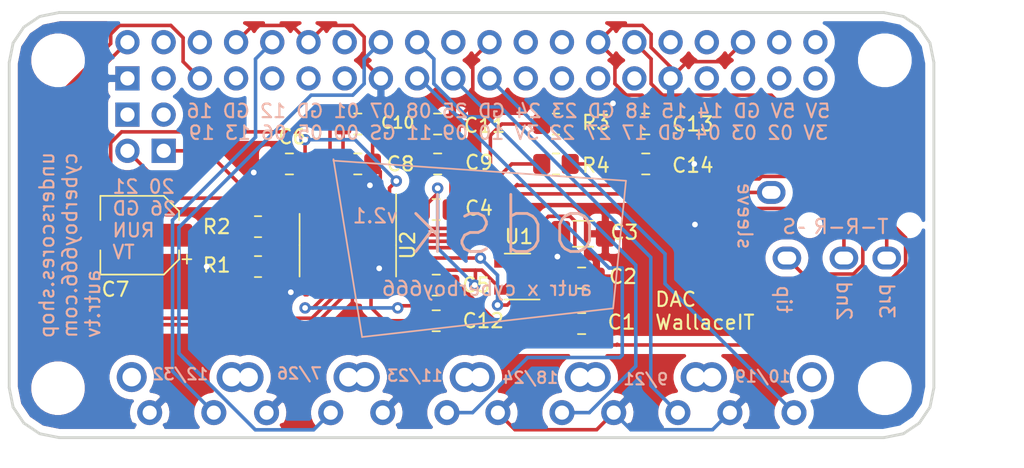
<source format=kicad_pcb>
(kicad_pcb (version 20211014) (generator pcbnew)
  (layers (0 "F.Cu" signal) (31 "B.Cu" signal) (34 "B.Paste" user) (35 "F.Paste" user) (36 "B.SilkS" user "B.Silkscreen") (37 "F.SilkS" user "F.Silkscreen") (38 "B.Mask" user) (39 "F.Mask" user) (44 "Edge.Cuts" user))
  (net 0 "")
  (net 1 "GND")
  (net 2 "Net-(OMNI1-Pad1)")
  (net 3 "Net-(PI_ZERO1-Pad3)")
  (net 4 "Net-(PI_ZERO1-Pad15)")
  (net 5 "Net-(PI_ZERO1-Pad16)")
  (net 6 "Net-(PI_ZERO1-Pad4)")
  (net 7 "Net-(PI_ZERO1-Pad5)")
  (net 8 "Net-(PI_ZERO1-Pad1)")
  (net 9 "Net-(PI_ZERO1-Pad23)")
  (net 10 "Net-(PI_ZERO1-Pad11)")
  (net 11 "Net-(PI_ZERO1-Pad27)")
  (net 12 "Net-(PI_ZERO1-Pad28)")
  (net 13 "Net-(PI_ZERO1-Pad13)")
  (net 14 "Net-(PI_ZERO1-Pad10)")
  (net 15 "Net-(PI_ZERO1-Pad19)")
  (net 16 "Net-(PI_ZERO1-Pad37)")
  (net 17 "Net-(PI_ZERO1-Pad38)")
  (net 18 "Net-(PI_ZERO1-Pad33)")
  (net 19 "Net-(PI_ZERO1-Pad36)")
  (net 20 "Net-(PI_ZERO1-Pad18)")
  (net 21 "Net-(PI_ZERO1-Pad31)")
  (net 22 "Net-(PI_ZERO1-Pad32)")
  (net 23 "Net-(PI_ZERO1-Pad7)")
  (net 24 "Net-(PI_ZERO1-Pad8)")
  (net 25 "Net-(PI_ZERO1-Pad29)")
  (net 26 "Net-(PI_ZERO1-Pad21)")
  (net 27 "Net-(PI_ZERO1-Pad22)")
  (net 28 "Net-(PI_ZERO1-Pad26)")
  (net 29 "Net-(P1-PadA4)")
  (net 30 "Net-(AV_OUTPUT1-PadSleeve)")
  (net 31 "+5V")
  (net 32 "Net-(C2-Pad1)")
  (net 33 "3.3v")
  (net 34 "Net-(C10-Pad2)")
  (net 35 "Net-(C10-Pad1)")
  (net 36 "Net-(C11-Pad2)")
  (net 37 "Net-(C12-Pad2)")
  (net 38 "/audio_dac_PCM5102a/rout")
  (net 39 "/audio_dac_PCM5102a/lrout")
  (net 40 "Net-(AV_OUTPUT1-PadRing1)")
  (net 41 "/audio_dac_PCM5102a/din")
  (net 42 "Net-(PI_ZERO1-Pad17)")
  (net 43 "/audio_dac_PCM5102a/lrck")
  (net 44 "/audio_dac_PCM5102a/bck")
  (net 45 "Net-(R1-Pad2)")
  (net 46 "Net-(R3-Pad2)")
  (net 47 "Net-(R4-Pad2)")
  (footprint "Button_Switch_THT:SW_Tactile_SPST_Angled_PTS645Vx39-2LFS" (layer "F.Cu") (at 187.424 145.944 180)
    (fp_text reference "OMNI1" hide)
    (fp_text value "SW_SPST")
  )
  (footprint "Button_Switch_THT:SW_Tactile_SPST_Angled_PTS645Vx39-2LFS" (layer "F.Cu") (at 203.7 145.95 180)
    (fp_text reference "PLAY_PAUSE1" hide)
    (fp_text value "SW_SPST")
  )
  (footprint "Button_Switch_THT:SW_Tactile_SPST_Angled_PTS645Vx39-2LFS" (layer "F.Cu") (at 179.35 145.944 180)
    (fp_text reference "SKIP_NEXT1" hide)
    (fp_text value "SW_SPST")
  )
  (footprint "Button_Switch_THT:SW_Tactile_SPST_Angled_PTS645Vx39-2LFS" (layer "F.Cu") (at 171.2 145.95 180)
    (fp_text reference "SKIP_PREV1" hide)
    (fp_text value "SW_SPST")
  )
  (footprint "Button_Switch_THT:SW_Tactile_SPST_Angled_PTS645Vx39-2LFS" (layer "F.Cu") (at 195.552 145.944 180)
    (fp_text reference "VOL_DOWN1" hide)
    (fp_text value "SW_SPST")
  )
  (footprint "Button_Switch_THT:SW_Tactile_SPST_Angled_PTS645Vx39-2LFS" (layer "F.Cu") (at 163 145.944 180)
    (fp_text reference "VOL_UP1" hide)
    (fp_text value "SW_SPST")
  )
  (footprint "Capacitor_SMD:C_0805_2012Metric_Pad1.18x1.45mm_HandSolder" (layer "F.Cu") (at 188.8 139.7)
    (fp_text reference "C1")
    (fp_text value "1u")
  )
  (footprint "Capacitor_SMD:C_0805_2012Metric_Pad1.18x1.45mm_HandSolder" (layer "F.Cu") (at 188.8 136.5)
    (fp_text reference "C2")
    (fp_text value "10u")
  )
  (footprint "Capacitor_SMD:C_1206_3216Metric_Pad1.33x1.80mm_HandSolder" (layer "F.Cu") (at 188.9 133.4)
    (fp_text reference "C3")
    (fp_text value "100u")
  )
  (footprint "Capacitor_SMD:C_0805_2012Metric_Pad1.18x1.45mm_HandSolder" (layer "F.Cu") (at 178.6 131.7)
    (fp_text reference "C4")
    (fp_text value "100n")
  )
  (footprint "Capacitor_SMD:C_0805_2012Metric_Pad1.18x1.45mm_HandSolder" (layer "F.Cu") (at 178.6 137 180)
    (fp_text reference "C5")
    (fp_text value "100n")
  )
  (footprint "Capacitor_SMD:C_0805_2012Metric_Pad1.18x1.45mm_HandSolder" (layer "F.Cu") (at 168.3 128.5)
    (fp_text reference "C6")
    (fp_text value "100n")
  )
  (footprint "Capacitor_SMD:CP_Elec_5x5.4" (layer "F.Cu") (at 157.8 133.5 180)
    (fp_text reference "C7")
    (fp_text value "10u")
  )
  (footprint "Capacitor_SMD:C_0805_2012Metric_Pad1.18x1.45mm_HandSolder" (layer "F.Cu") (at 173.1 128.5)
    (fp_text reference "C8")
    (fp_text value "2.2u")
  )
  (footprint "Capacitor_SMD:C_0805_2012Metric_Pad1.18x1.45mm_HandSolder" (layer "F.Cu") (at 178.7 128.5 180)
    (fp_text reference "C9")
    (fp_text value "2.2u")
  )
  (footprint "Capacitor_SMD:C_0805_2012Metric_Pad1.18x1.45mm_HandSolder" (layer "F.Cu") (at 173.1 125.7)
    (fp_text reference "C10")
    (fp_text value "2.2u")
  )
  (footprint "Capacitor_SMD:C_0805_2012Metric_Pad1.18x1.45mm_HandSolder" (layer "F.Cu") (at 178.7 125.7 180)
    (fp_text reference "C11")
    (fp_text value "2.2u")
  )
  (footprint "Capacitor_SMD:C_0805_2012Metric_Pad1.18x1.45mm_HandSolder" (layer "F.Cu") (at 178.6 139.5 180)
    (fp_text reference "C12")
    (fp_text value "100n")
  )
  (footprint "Capacitor_SMD:C_0805_2012Metric_Pad1.18x1.45mm_HandSolder" (layer "F.Cu") (at 193.3 125.7 180)
    (fp_text reference "C13")
    (fp_text value "2.2u")
  )
  (footprint "Capacitor_SMD:C_0805_2012Metric_Pad1.18x1.45mm_HandSolder" (layer "F.Cu") (at 193.3 128.5 180)
    (fp_text reference "C14")
    (fp_text value "2.2u")
  )
  (footprint "Resistor_SMD:R_0805_2012Metric_Pad1.20x1.40mm_HandSolder" (layer "F.Cu") (at 166.1 135.7 180)
    (fp_text reference "R1")
    (fp_text value "1.7k")
  )
  (footprint "Resistor_SMD:R_0805_2012Metric_Pad1.20x1.40mm_HandSolder" (layer "F.Cu") (at 166.1 132.9 180)
    (fp_text reference "R2")
    (fp_text value "3.3k")
  )
  (footprint "Resistor_SMD:R_0805_2012Metric_Pad1.20x1.40mm_HandSolder" (layer "F.Cu") (at 187 128.5 180)
    (fp_text reference "R4")
    (fp_text value "470")
  )
  (footprint "Package_TO_SOT_SMD:SOT-23-5" (layer "F.Cu") (at 184.3 136.4 180)
    (fp_text reference "U1")
    (fp_text value "TPS73133DBV")
  )
  (footprint "Package_SO:TSSOP-20_4.4x6.5mm_P0.65mm" (layer "F.Cu") (at 172.4 134.2 -90)
    (fp_text reference "U2")
    (fp_text value "PCM5102")
  )
  (footprint "Resistor_SMD:R_0805_2012Metric_Pad1.20x1.40mm_HandSolder" (layer "F.Cu") (at 187 125.7 180)
    (fp_text reference "R3")
    (fp_text value "470")
  )
  (footprint "lib_fb:TRRS-PJ-320A-Jack" (layer "F.Cu") (at 213.4 132.8 -90)
    (fp_text reference "AV_OUTPUT1")
    (fp_text value "AudioJack4")
  )
  (footprint "lib_fb:Raspberry_Pi_Zero" (layer "F.Cu") (at 205.2 122.5 -90)
    (fp_text reference "PI_ZERO1" hide)
    (fp_text value "Raspberry_Pi_Zero")
  )
  (gr_line (start 173.4 140.64) (end 171.39 128.17) (layer "B.SilkS") (width 0.12))
  (gr_line (start 191.91 129.68) (end 191.01 138.63) (layer "B.SilkS") (width 0.12))
  (gr_line (start 171.39 128.27) (end 191.91 129.68) (layer "B.SilkS") (width 0.12))
  (gr_line (start 191.01 138.63) (end 173.4 140.64) (layer "B.SilkS") (width 0.12))
  (gr_line (start 148.920022 145.560566) (end 148.645459 144.193881) (layer "Edge.Cuts") (width 0.2))
  (gr_line (start 149.669678 146.674262) (end 148.920022 145.560566) (layer "Edge.Cuts") (width 0.2))
  (gr_line (start 152.150055 117.879781) (end 152.150059 117.879781) (layer "Edge.Cuts") (width 0.2))
  (gr_line (start 149.669674 118.904) (end 150.78337 118.154344) (layer "Edge.Cuts") (width 0.2))
  (gr_line (start 213.235656 145.560566) (end 212.486 146.674262) (layer "Edge.Cuts") (width 0.2))
  (gr_line (start 152.150059 117.879781) (end 210.005619 117.879781) (layer "Edge.Cuts") (width 0.2))
  (gr_line (start 211.372304 118.154344) (end 212.486 118.904) (layer "Edge.Cuts") (width 0.2))
  (gr_line (start 213.510219 121.384381) (end 213.510219 144.193881) (layer "Edge.Cuts") (width 0.2))
  (gr_line (start 150.783374 147.423918) (end 149.669678 146.674262) (layer "Edge.Cuts") (width 0.2))
  (gr_line (start 212.486 146.674262) (end 211.372304 147.423918) (layer "Edge.Cuts") (width 0.2))
  (gr_line (start 212.486 118.904) (end 213.235656 120.017696) (layer "Edge.Cuts") (width 0.2))
  (gr_line (start 213.235656 120.017696) (end 213.510219 121.384381) (layer "Edge.Cuts") (width 0.2))
  (gr_line (start 148.920018 120.017696) (end 149.669674 118.904) (layer "Edge.Cuts") (width 0.2))
  (gr_line (start 211.372304 147.423918) (end 210.005619 147.698481) (layer "Edge.Cuts") (width 0.2))
  (gr_line (start 148.645459 144.193881) (end 148.645455 121.384381) (layer "Edge.Cuts") (width 0.2))
  (gr_line (start 148.645455 121.384381) (end 148.920018 120.017696) (layer "Edge.Cuts") (width 0.2))
  (gr_line (start 210.005619 117.879781) (end 211.372304 118.154344) (layer "Edge.Cuts") (width 0.2))
  (gr_line (start 152.150059 147.698481) (end 150.783374 147.423918) (layer "Edge.Cuts") (width 0.2))
  (gr_line (start 150.78337 118.154344) (end 152.150055 117.879781) (layer "Edge.Cuts") (width 0.2))
  (gr_line (start 210.005619 147.698481) (end 152.150059 147.698481) (layer "Edge.Cuts") (width 0.2))
  (gr_line (start 213.510219 144.193881) (end 213.235656 145.560566) (layer "Edge.Cuts") (width 0.2))
  (gr_text "10/19" (at 201.5 143.41) (layer "B.SilkS") (effects (font (size 0.8 0.8)) (justify mirror)))
  (gr_text "12/32" (at 160.65 143.25) (layer "B.SilkS") (effects (font (size 0.8 0.8)) (justify mirror)))
  (gr_text "sleeve" (at 200.25 132.15 -90) (layer "B.SilkS") (effects (font (size 1 1)) (justify mirror)))
  (gr_text "autr x cyberboy666" (at 182.17 137.24) (layer "B.SilkS") (effects (font (size 1 1)) (justify mirror)))
  (gr_text "3rd" (at 210.2 138.1 -90) (layer "B.SilkS") (effects (font (size 1 1)) (justify mirror)))
  (gr_text "v2.1" (at 174.32 132.15) (layer "B.SilkS") (effects (font (size 1 1)) (justify mirror)))
  (gr_text "odsk\n" (at 183.26 132.8) (layer "B.SilkS") (effects (font (size 4 4) (thickness 0.2)) (justify mirror)))
  (gr_text "7/26" (at 169 143.2) (layer "B.SilkS") (effects (font (size 0.8 0.8)) (justify mirror)))
  (gr_text "T-R-R-S" (at 206.6 132.9) (layer "B.SilkS") (effects (font (size 1 1)) (justify mirror)))
  (gr_text "11/23" (at 177.1 143.35) (layer "B.SilkS") (effects (font (size 0.8 0.8)) (justify mirror)))
  (gr_text "18/24" (at 185.2 143.5) (layer "B.SilkS") (effects (font (size 0.8 0.8)) (justify mirror)))
  (gr_text "5V 5V GD 14 15 18 GD 23 24 GD 25 08 07 01 GD 12 GD 16\n3V 02 03 04 GD 17 27 22 3V 10 09 11 GS 00 05 06 13 19" (at 183.66 125.55) (layer "B.SilkS") (effects (font (size 0.95 0.95)) (justify mirror)))
  (gr_text "underscores.shop\ncyberboy666.com\nautr.tv" (at 152.9 140.81 90) (layer "B.SilkS") (effects (font (size 1 1)) (justify right mirror)))
  (gr_text "9/21" (at 193.3 143.6) (layer "B.SilkS") (effects (font (size 0.8 0.8)) (justify mirror)))
  (gr_text "2nd" (at 207.2 138.1 -90) (layer "B.SilkS") (effects (font (size 1 1)) (justify mirror)))
  (gr_text "tip" (at 203 138 -90) (layer "B.SilkS") (effects (font (size 1 1)) (justify mirror)))
  (gr_text "20 21\n26 GD\nRUN\nTV" (at 155.8 132.39) (layer "B.SilkS") (effects (font (size 0.95 0.95)) (justify right mirror)))
  (gr_text "DAC\nWallaceIT" (at 193.87 138.81) (layer "F.SilkS") (effects (font (size 1 1)) (justify left)))
  (segment (start 185.4 136.4) (end 186.03681 136.4) (width 0.25) (layer "F.Cu") (net 1))
  (segment (start 186.18 136.4) (end 187.1 135.48) (width 0.25) (layer "F.Cu") (net 1))
  (segment (start 194.3375 128.5) (end 196.7 128.5) (width 0.25) (layer "F.Cu") (net 1))
  (segment (start 165.1 132.9) (end 165.1 133.1) (width 0.25) (layer "F.Cu") (net 1))
  (segment (start 188.2868 138.64999) (end 188.78749 138.64999) (width 0.25) (layer "F.Cu") (net 1))
  (segment (start 165.1 133.1) (end 162.5 135.7) (width 0.25) (layer "F.Cu") (net 1))
  (segment (start 168.8375 137.0625) (end 168.4 137.5) (width 0.25) (layer "F.Cu") (net 1))
  (segment (start 173.544999 119.585997) (end 173.544999 121.324999) (width 0.25) (layer "F.Cu") (net 1))
  (segment (start 174.025 131.3375) (end 174.025 130.075) (width 0.25) (layer "F.Cu") (net 1))
  (segment (start 187.1 135.48) (end 187.1 135) (width 0.25) (layer "F.Cu") (net 1))
  (segment (start 170.815001 118.784999) (end 172.744001 118.784999) (width 0.25) (layer "F.Cu") (net 1))
  (segment (start 172.744001 118.784999) (end 173.544999 119.585997) (width 0.25) (layer "F.Cu") (net 1))
  (segment (start 186.03681 136.4) (end 188.2868 138.64999) (width 0.25) (layer "F.Cu") (net 1))
  (segment (start 169.475 130.7125) (end 167.2625 128.5) (width 0.25) (layer "F.Cu") (net 1))
  (segment (start 198.755001 121.324999) (end 200.12 119.96) (width 0.25) (layer "F.Cu") (net 1))
  (segment (start 165.735001 118.784999) (end 168.464999 118.784999) (width 0.25) (layer "F.Cu") (net 1))
  (segment (start 193.064001 118.784999) (end 191.135001 118.784999) (width 0.25) (layer "F.Cu") (net 1))
  (segment (start 174.025 130.075) (end 173.95 130) (width 0.25) (layer "F.Cu") (net 1))
  (segment (start 193.675001 119.395999) (end 193.064001 118.784999) (width 0.25) (layer "F.Cu") (net 1))
  (segment (start 174.675 135.900038) (end 174.6 135.825038) (width 0.25) (layer "F.Cu") (net 1))
  (segment (start 164.56 119.96) (end 165.735001 118.784999) (width 0.25) (layer "F.Cu") (net 1))
  (segment (start 191.574999 123.675001) (end 191 124.25) (width 0.25) (layer "F.Cu") (net 1))
  (segment (start 191.135001 122.874003) (end 191.135001 121.135001) (width 0.25) (layer "F.Cu") (net 1))
  (segment (start 193.675001 120.334003) (end 193.675001 119.395999) (width 0.25) (layer "F.Cu") (net 1))
  (segment (start 170.125 131.3375) (end 169.475 131.3375) (width 0.25) (layer "F.Cu") (net 1))
  (segment (start 180.226998 137) (end 183.977008 140.75001) (width 0.25) (layer "F.Cu") (net 1))
  (segment (start 179.6375 128.6) (end 179.7375 128.5) (width 0.25) (layer "F.Cu") (net 1))
  (segment (start 183.977008 140.75001) (end 188.78749 140.75001) (width 0.25) (layer "F.Cu") (net 1))
  (segment (start 195.04 122.5) (end 195.04 121.699002) (width 0.25) (layer "F.Cu") (net 1))
  (segment (start 173.544999 121.324999) (end 174.72 122.5) (width 0.25) (layer "F.Cu") (net 1))
  (segment (start 188.78749 138.64999) (end 189.8375 139.7) (width 0.25) (layer "F.Cu") (net 1))
  (segment (start 184.124001 147.144001) (end 189.851999 147.144001) (width 0.25) (layer "F.Cu") (net 1))
  (segment (start 165.8 129.1) (end 166.6625 129.1) (width 0.25) (layer "F.Cu") (net 1))
  (segment (start 181.164999 121.135001) (end 182.34 119.96) (width 0.25) (layer "F.Cu") (net 1))
  (segment (start 191.935999 123.675001) (end 191.135001 122.874003) (width 0.25) (layer "F.Cu") (net 1))
  (segment (start 189.851999 147.144001) (end 191.052 145.944) (width 0.25) (layer "F.Cu") (net 1))
  (segment (start 169.475 137.0625) (end 168.8375 137.0625) (width 0.25) (layer "F.Cu") (net 1))
  (segment (start 185.4 136.4) (end 186.18 136.4) (width 0.25) (layer "F.Cu") (net 1))
  (segment (start 194.3375 124.975) (end 193.037501 123.675001) (width 0.25) (layer "F.Cu") (net 1))
  (segment (start 182.924 145.944) (end 184.124001 147.144001) (width 0.25) (layer "F.Cu") (net 1))
  (segment (start 195.04 121.699002) (end 193.675001 120.334003) (width 0.25) (layer "F.Cu") (net 1))
  (segment (start 174.675 137.0625) (end 174.675 135.900038) (width 0.25) (layer "F.Cu") (net 1))
  (segment (start 172.725 137.0625) (end 172.725 138.575) (width 0.25) (layer "F.Cu") (net 1))
  (segment (start 170.125 137.0625) (end 169.475 137.0625) (width 0.25) (layer "F.Cu") (net 1))
  (segment (start 168.464999 118.784999) (end 169.64 119.96) (width 0.25) (layer "F.Cu") (net 1))
  (segment (start 194.3375 125.7) (end 194.3375 124.975) (width 0.25) (layer "F.Cu") (net 1))
  (segment (start 169.64 119.96) (end 170.815001 118.784999) (width 0.25) (layer "F.Cu") (net 1))
  (segment (start 191.135001 121.135001) (end 189.96 119.96) (width 0.25) (layer "F.Cu") (net 1))
  (segment (start 179.6375 131.7) (end 179.6375 128.6) (width 0.25) (layer "F.Cu") (net 1))
  (segment (start 191.935999 123.675001) (end 191.574999 123.675001) (width 0.25) (layer "F.Cu") (net 1))
  (segment (start 191.135001 118.784999) (end 189.96 119.96) (width 0.25) (layer "F.Cu") (net 1))
  (segment (start 179.6375 137) (end 180.226998 137) (width 0.25) (layer "F.Cu") (net 1))
  (segment (start 181.164999 124.272501) (end 181.164999 121.135001) (width 0.25) (layer "F.Cu") (net 1))
  (segment (start 166.6625 129.1) (end 167.2625 128.5) (width 0.25) (layer "F.Cu") (net 1))
  (segment (start 179.7375 125.7) (end 181.164999 124.272501) (width 0.25) (layer "F.Cu") (net 1))
  (segment (start 169.475 131.3375) (end 169.475 130.7125) (width 0.25) (layer "F.Cu") (net 1))
  (segment (start 196.215001 121.324999) (end 198.755001 121.324999) (width 0.25) (layer "F.Cu") (net 1))
  (segment (start 195.04 122.5) (end 196.215001 121.324999) (width 0.25) (layer "F.Cu") (net 1))
  (segment (start 188.78749 140.75001) (end 189.8375 139.7) (width 0.25) (layer "F.Cu") (net 1))
  (segment (start 193.037501 123.675001) (end 191.935999 123.675001) (width 0.25) (layer "F.Cu") (net 1))
  (via (at 196.7 128.5) (size 0.8) (drill 0.4) (layers "F.Cu" "B.Cu") (net 1))
  (via (at 165.8 129.1) (size 0.8) (drill 0.4) (layers "F.Cu" "B.Cu") (net 1))
  (via (at 196.75 132.75) (size 0.8) (drill 0.4) (layers "F.Cu" "B.Cu") (net 1))
  (via (at 191 124.25) (size 0.8) (drill 0.4) (layers "F.Cu" "B.Cu") (net 1))
  (via (at 187.1 135) (size 0.8) (drill 0.4) (layers "F.Cu" "B.Cu") (net 1))
  (via (at 173.95 130) (size 0.8) (drill 0.4) (layers "F.Cu" "B.Cu") (net 1))
  (via (at 162.5 135.7) (size 0.8) (drill 0.4) (layers "F.Cu" "B.Cu") (net 1))
  (via (at 168.4 137.5) (size 0.8) (drill 0.4) (layers "F.Cu" "B.Cu") (net 1))
  (via (at 174.6 135.825038) (size 0.8) (drill 0.4) (layers "F.Cu" "B.Cu") (net 1))
  (segment (start 192.252001 147.144001) (end 197.979999 147.144001) (width 0.25) (layer "B.Cu") (net 1))
  (segment (start 191.052 145.944) (end 192.252001 147.144001) (width 0.25) (layer "B.Cu") (net 1))
  (segment (start 196.7 132.7) (end 196.75 132.75) (width 0.25) (layer "B.Cu") (net 1))
  (segment (start 197.979999 147.144001) (end 199.18 145.944) (width 0.25) (layer "B.Cu") (net 1))
  (segment (start 166.7 130) (end 165.8 129.1) (width 0.25) (layer "B.Cu") (net 1))
  (segment (start 173.95 130) (end 166.7 130) (width 0.25) (layer "B.Cu") (net 1))
  (segment (start 167.099999 145.512001) (end 166.668 145.944) (width 0.25) (layer "B.Cu") (net 1))
  (segment (start 196.7 128.5) (end 196.7 132.7) (width 0.25) (layer "B.Cu") (net 1))
  (segment (start 192.6 142.681002) (end 192.6 135.6) (width 0.25) (layer "B.Cu") (net 2))
  (segment (start 178.435001 122.874003) (end 178.435001 121.135001) (width 0.25) (layer "B.Cu") (net 2))
  (segment (start 189.337002 145.944) (end 192.6 142.681002) (width 0.25) (layer "B.Cu") (net 2))
  (segment (start 180.760998 125.2) (end 178.435001 122.874003) (width 0.25) (layer "B.Cu") (net 2))
  (segment (start 182.2 125.2) (end 180.760998 125.2) (width 0.25) (layer "B.Cu") (net 2))
  (segment (start 192.6 135.6) (end 182.2 125.2) (width 0.25) (layer "B.Cu") (net 2))
  (segment (start 187.424 145.944) (end 189.337002 145.944) (width 0.25) (layer "B.Cu") (net 2))
  (segment (start 178.435001 121.135001) (end 177.26 119.96) (width 0.25) (layer "B.Cu") (net 2))
  (segment (start 191.65 141.907998) (end 191.65 135.8) (width 0.25) (layer "B.Cu") (net 9))
  (segment (start 190.724588 135.8) (end 177.424588 122.5) (width 0.25) (layer "B.Cu") (net 9))
  (segment (start 185.012999 142.078999) (end 191.478999 142.078999) (width 0.25) (layer "B.Cu") (net 9))
  (segment (start 191.65 135.8) (end 190.724588 135.8) (width 0.25) (layer "B.Cu") (net 9))
  (segment (start 191.478999 142.078999) (end 191.65 141.907998) (width 0.25) (layer "B.Cu") (net 9))
  (segment (start 177.424588 122.5) (end 177.26 122.5) (width 0.25) (layer "B.Cu") (net 9))
  (segment (start 179.35 145.944) (end 181.147998 145.944) (width 0.25) (layer "B.Cu") (net 9))
  (segment (start 181.147998 145.944) (end 185.012999 142.078999) (width 0.25) (layer "B.Cu") (net 9))
  (segment (start 203.7 145.95) (end 194.65 136.9) (width 0.25) (layer "B.Cu") (net 15))
  (segment (start 194.65 134.81) (end 182.34 122.5) (width 0.25) (layer "B.Cu") (net 15))
  (segment (start 194.65 136.9) (end 194.65 134.81) (width 0.25) (layer "B.Cu") (net 15))
  (segment (start 165.924999 121.135001) (end 165.924999 126.625001) (width 0.25) (layer "B.Cu") (net 22))
  (segment (start 160.1 132.45) (end 160.1 143.044) (width 0.25) (layer "B.Cu") (net 22))
  (segment (start 167.1 119.96) (end 165.924999 121.135001) (width 0.25) (layer "B.Cu") (net 22))
  (segment (start 165.924999 126.625001) (end 160.1 132.45) (width 0.25) (layer "B.Cu") (net 22))
  (segment (start 160.1 143.044) (end 163 145.944) (width 0.25) (layer "B.Cu") (net 22))
  (segment (start 195.552 145.944) (end 193.65 144.042) (width 0.25) (layer "B.Cu") (net 26))
  (segment (start 193.65 144.042) (end 193.65 135.05) (width 0.25) (layer "B.Cu") (net 26))
  (segment (start 183.1 124.5) (end 181.8 124.5) (width 0.25) (layer "B.Cu") (net 26))
  (segment (start 193.65 135.05) (end 183.1 124.5) (width 0.25) (layer "B.Cu") (net 26))
  (segment (start 181.8 124.5) (end 179.8 122.5) (width 0.25) (layer "B.Cu") (net 26))
  (segment (start 160.55 132.95) (end 169.824999 123.675001) (width 0.25) (layer "B.Cu") (net 28))
  (segment (start 173.544999 122.874003) (end 173.544999 121.135001) (width 0.25) (layer "B.Cu") (net 28))
  (segment (start 169.999999 147.150001) (end 165.910999 147.150001) (width 0.25) (layer "B.Cu") (net 28))
  (segment (start 171.2 145.95) (end 169.999999 147.150001) (width 0.25) (layer "B.Cu") (net 28))
  (segment (start 160.55 141.789002) (end 160.55 132.95) (width 0.25) (layer "B.Cu") (net 28))
  (segment (start 165.910999 147.150001) (end 160.55 141.789002) (width 0.25) (layer "B.Cu") (net 28))
  (segment (start 169.824999 123.675001) (end 172.744001 123.675001) (width 0.25) (layer "B.Cu") (net 28))
  (segment (start 173.544999 121.135001) (end 174.72 119.96) (width 0.25) (layer "B.Cu") (net 28))
  (segment (start 172.744001 123.675001) (end 173.544999 122.874003) (width 0.25) (layer "B.Cu") (net 28))
  (segment (start 168.5 130.65) (end 168.94999 131.09999) (width 0.25) (layer "F.Cu") (net 30))
  (segment (start 168.94999 132.151048) (end 169.198942 132.4) (width 0.25) (layer "F.Cu") (net 30))
  (segment (start 162.48 127.58) (end 165.35 130.45) (width 0.25) (layer "F.Cu") (net 30))
  (segment (start 168.5 130.45) (end 168.5 130.65) (width 0.25) (layer "F.Cu") (net 30))
  (segment (start 184.336029 130.000019) (end 199.349981 130.000019) (width 0.25) (layer "F.Cu") (net 30))
  (segment (start 169.198942 132.4) (end 171.12718 132.4) (width 0.25) (layer "F.Cu") (net 30))
  (segment (start 171.12718 132.4) (end 172.652208 133.925028) (width 0.25) (layer "F.Cu") (net 30))
  (segment (start 165.35 130.45) (end 168.5 130.45) (width 0.25) (layer "F.Cu") (net 30))
  (segment (start 172.652208 133.925028) (end 180.310982 133.925028) (width 0.25) (layer "F.Cu") (net 30))
  (segment (start 184.28601 129.95) (end 184.336029 130.000019) (width 0.25) (layer "F.Cu") (net 30))
  (segment (start 159.48 127.58) (end 162.48 127.58) (width 0.25) (layer "F.Cu") (net 30))
  (segment (start 180.310982 133.925028) (end 184.28601 129.95) (width 0.25) (layer "F.Cu") (net 30))
  (segment (start 199.349981 130.000019) (end 199.849962 130.5) (width 0.25) (layer "F.Cu") (net 30))
  (segment (start 168.94999 131.09999) (end 168.94999 132.151048) (width 0.25) (layer "F.Cu") (net 30))
  (segment (start 199.849962 130.5) (end 202.1 130.5) (width 0.25) (layer "F.Cu") (net 30))
  (segment (start 185.4 137.35) (end 185.4 139.1) (width 0.25) (layer "F.Cu") (net 31))
  (segment (start 182.9 138.4) (end 183.590002 138.4) (width 0.25) (layer "F.Cu") (net 31))
  (segment (start 184.544999 135.525001) (end 184.544999 137.274999) (width 0.25) (layer "F.Cu") (net 31))
  (segment (start 167.699962 135.100038) (end 181.7 135.100038) (width 0.25) (layer "F.Cu") (net 31))
  (segment (start 186 139.7) (end 187.7625 139.7) (width 0.25) (layer "F.Cu") (net 31))
  (segment (start 184.544999 137.274999) (end 184.62 137.35) (width 0.25) (layer "F.Cu") (net 31))
  (segment (start 185.4 135.45) (end 184.62 135.45) (width 0.25) (layer "F.Cu") (net 31))
  (segment (start 184.62 135.45) (end 184.544999 135.525001) (width 0.25) (layer "F.Cu") (net 31))
  (segment (start 185.4 139.1) (end 186 139.7) (width 0.25) (layer "F.Cu") (net 31))
  (segment (start 184.544999 137.445003) (end 184.544999 137.274999) (width 0.25) (layer "F.Cu") (net 31))
  (segment (start 184.62 137.35) (end 185.4 137.35) (width 0.25) (layer "F.Cu") (net 31))
  (segment (start 183.590002 138.4) (end 184.544999 137.445003) (width 0.25) (layer "F.Cu") (net 31))
  (segment (start 167.1 135.7) (end 167.699962 135.100038) (width 0.25) (layer "F.Cu") (net 31))
  (via (at 182.9 138.4) (size 0.8) (drill 0.4) (layers "F.Cu" "B.Cu") (net 31))
  (via (at 181.7 135.100038) (size 0.8) (drill 0.4) (layers "F.Cu" "B.Cu") (net 31))
  (segment (start 182.9 136.300038) (end 182.9 138.4) (width 0.25) (layer "B.Cu") (net 31))
  (segment (start 181.7 135.100038) (end 182.9 136.300038) (width 0.25) (layer "B.Cu") (net 31))
  (segment (start 188.32501 132.51182) (end 187.98818 132.17499) (width 0.25) (layer "F.Cu") (net 32))
  (segment (start 187.7625 136.5) (end 188.32501 135.93749) (width 0.25) (layer "F.Cu") (net 32))
  (segment (start 186.47501 132.17499) (end 183.2 135.45) (width 0.25) (layer "F.Cu") (net 32))
  (segment (start 188.32501 135.93749) (end 188.32501 132.51182) (width 0.25) (layer "F.Cu") (net 32))
  (segment (start 187.98818 132.17499) (end 186.47501 132.17499) (width 0.25) (layer "F.Cu") (net 32))
  (segment (start 169.4 126.8) (end 169.4 128.4375) (width 0.25) (layer "F.Cu") (net 33))
  (segment (start 155.764999 129.264999) (end 155.764999 127.015999) (width 0.25) (layer "F.Cu") (net 33))
  (segment (start 168.85 126.25) (end 169.4 126.8) (width 0.25) (layer "F.Cu") (net 33))
  (segment (start 170.775 130.475) (end 170.775 131.3375) (width 0.25) (layer "F.Cu") (net 33))
  (segment (start 177.5625 137) (end 178.61251 135.94999) (width 0.25) (layer "F.Cu") (net 33))
  (segment (start 175.6875 131.7) (end 175.325 131.3375) (width 0.25) (layer "F.Cu") (net 33))
  (segment (start 160 133.5) (end 155.764999 129.264999) (width 0.25) (layer "F.Cu") (net 33))
  (segment (start 181.35001 135.94999) (end 181.35001 136.94999) (width 0.25) (layer "F.Cu") (net 33))
  (segment (start 169.3375 128.5) (end 169.3375 129.0375) (width 0.25) (layer "F.Cu") (net 33))
  (segment (start 187.8625 133.4) (end 186 133.4) (width 0.25) (layer "F.Cu") (net 33))
  (segment (start 178.7 130.5625) (end 177.5625 131.7) (width 0.25) (layer "F.Cu") (net 33))
  (segment (start 175.325 130.175) (end 175.8 129.7) (width 0.25) (layer "F.Cu") (net 33))
  (segment (start 155.764999 127.015999) (end 156.530998 126.25) (width 0.25) (layer "F.Cu") (net 33))
  (segment (start 169.4 128.4375) (end 169.3375 128.5) (width 0.25) (layer "F.Cu") (net 33))
  (segment (start 156.530998 126.25) (end 168.85 126.25) (width 0.25) (layer "F.Cu") (net 33))
  (segment (start 181.79999 135.94999) (end 183.2 137.35) (width 0.25) (layer "F.Cu") (net 33))
  (segment (start 177.5625 131.7) (end 175.6875 131.7) (width 0.25) (layer "F.Cu") (net 33))
  (segment (start 186 133.4) (end 184.055001 135.344999) (width 0.25) (layer "F.Cu") (net 33))
  (segment (start 175.325 131.3375) (end 175.325 130.175) (width 0.25) (layer "F.Cu") (net 33))
  (segment (start 177.5 137.0625) (end 177.5625 137) (width 0.25) (layer "F.Cu") (net 33))
  (segment (start 181.35001 136.94999) (end 181.3 137) (width 0.25) (layer "F.Cu") (net 33))
  (segment (start 184.055001 136.494999) (end 183.2 137.35) (width 0.25) (layer "F.Cu") (net 33))
  (segment (start 181.35001 135.94999) (end 181.79999 135.94999) (width 0.25) (layer "F.Cu") (net 33))
  (segment (start 178.61251 135.94999) (end 181.35001 135.94999) (width 0.25) (layer "F.Cu") (net 33))
  (segment (start 175.325 137.0625) (end 177.5 137.0625) (width 0.25) (layer "F.Cu") (net 33))
  (segment (start 169.3375 129.0375) (end 170.775 130.475) (width 0.25) (layer "F.Cu") (net 33))
  (segment (start 178.7 130.2) (end 178.7 130.5625) (width 0.25) (layer "F.Cu") (net 33))
  (segment (start 184.055001 135.344999) (end 184.055001 136.494999) (width 0.25) (layer "F.Cu") (net 33))
  (via (at 178.7 130.2) (size 0.8) (drill 0.4) (layers "F.Cu" "B.Cu") (net 33))
  (via (at 169.4 126.8) (size 0.8) (drill 0.4) (layers "F.Cu" "B.Cu") (net 33))
  (via (at 181.3 137) (size 0.8) (drill 0.4) (layers "F.Cu" "B.Cu") (net 33))
  (via (at 175.8 129.7) (size 0.8) (drill 0.4) (layers "F.Cu" "B.Cu") (net 33))
  (segment (start 181.3 137) (end 178.7 134.4) (width 0.25) (layer "B.Cu") (net 33))
  (segment (start 172.9 126.8) (end 169.4 126.8) (width 0.25) (layer "B.Cu") (net 33))
  (segment (start 178.7 134.4) (end 178.7 130.2) (width 0.25) (layer "B.Cu") (net 33))
  (segment (start 175.8 129.7) (end 172.9 126.8) (width 0.25) (layer "B.Cu") (net 33))
  (segment (start 174.675 129.0375) (end 174.675 131.3375) (width 0.25) (layer "F.Cu") (net 34))
  (segment (start 174.1375 125.7) (end 174.1375 128.5) (width 0.25) (layer "F.Cu") (net 34))
  (segment (start 174.1375 128.5) (end 174.675 129.0375) (width 0.25) (layer "F.Cu") (net 34))
  (segment (start 172.0625 125.7) (end 172.0625 128.5) (width 0.25) (layer "F.Cu") (net 35))
  (segment (start 172.0625 128.5) (end 172.7 128.5) (width 0.25) (layer "F.Cu") (net 35))
  (segment (start 173.22499 130.44999) (end 173.375 130.6) (width 0.25) (layer "F.Cu") (net 35))
  (segment (start 172.7 128.5) (end 173.22499 129.02499) (width 0.25) (layer "F.Cu") (net 35))
  (segment (start 173.22499 129.02499) (end 173.22499 130.44999) (width 0.25) (layer "F.Cu") (net 35))
  (segment (start 173.375 130.6) (end 173.375 131.3375) (width 0.25) (layer "F.Cu") (net 35))
  (segment (start 171.14999 124.98682) (end 171.48682 124.64999) (width 0.25) (layer "F.Cu") (net 36))
  (segment (start 177.6625 125.7) (end 177.6625 128.5) (width 0.25) (layer "F.Cu") (net 36))
  (segment (start 176.61249 124.64999) (end 171.48682 124.64999) (width 0.25) (layer "F.Cu") (net 36))
  (segment (start 176.61249 124.64999) (end 177.6625 125.7) (width 0.25) (layer "F.Cu") (net 36))
  (segment (start 172.725 130.6) (end 171.67501 129.55001) (width 0.25) (layer "F.Cu") (net 36))
  (segment (start 172.725 131.3375) (end 172.725 130.6) (width 0.25) (layer "F.Cu") (net 36))
  (segment (start 171.14999 129.21318) (end 171.14999 124.98682) (width 0.25) (layer "F.Cu") (net 36))
  (segment (start 171.67501 129.55001) (end 171.48682 129.55001) (width 0.25) (layer "F.Cu") (net 36))
  (segment (start 171.48682 129.55001) (end 171.14999 129.21318) (width 0.25) (layer "F.Cu") (net 36))
  (segment (start 174.025 138.56141) (end 174.96359 139.5) (width 0.25) (layer "F.Cu") (net 37))
  (segment (start 174.96359 139.5) (end 177.5625 139.5) (width 0.25) (layer "F.Cu") (net 37))
  (segment (start 174.025 137.0625) (end 174.025 138.56141) (width 0.25) (layer "F.Cu") (net 37))
  (segment (start 192.2625 125.7) (end 188 125.7) (width 0.25) (layer "F.Cu") (net 38))
  (segment (start 193.31251 126.75001) (end 204.55001 126.75001) (width 0.25) (layer "F.Cu") (net 38))
  (segment (start 204.55001 126.75001) (end 210.2 132.4) (width 0.25) (layer "F.Cu") (net 38))
  (segment (start 192.2625 125.7) (end 193.31251 126.75001) (width 0.25) (layer "F.Cu") (net 38))
  (segment (start 210.2 132.4) (end 210.2 135.1) (width 0.25) (layer "F.Cu") (net 38))
  (segment (start 207.865994 136.22501) (end 204.32501 136.22501) (width 0.25) (layer "F.Cu") (net 39))
  (segment (start 201.434006 129.37499) (end 204.76138 129.37499) (width 0.25) (layer "F.Cu") (net 39))
  (segment (start 208.52501 135.565994) (end 207.865994 136.22501) (width 0.25) (layer "F.Cu") (net 39))
  (segment (start 188 128.5) (end 192.2625 128.5) (width 0.25) (layer "F.Cu") (net 39))
  (segment (start 204.32501 136.22501) (end 203.2 135.1) (width 0.25) (layer "F.Cu") (net 39))
  (segment (start 204.76138 129.37499) (end 208.52501 133.13862) (width 0.25) (layer "F.Cu") (net 39))
  (segment (start 201.258986 129.55001) (end 201.434006 129.37499) (width 0.25) (layer "F.Cu") (net 39))
  (segment (start 193.31251 129.55001) (end 201.258986 129.55001) (width 0.25) (layer "F.Cu") (net 39))
  (segment (start 192.2625 128.5) (end 193.31251 129.55001) (width 0.25) (layer "F.Cu") (net 39))
  (segment (start 208.52501 133.13862) (end 208.52501 135.565994) (width 0.25) (layer "F.Cu") (net 39))
  (segment (start 172.465808 134.375038) (end 180.497383 134.375037) (width 0.25) (layer "F.Cu") (net 40))
  (segment (start 168.1136 130.90001) (end 168.49998 131.28639) (width 0.25) (layer "F.Cu") (net 40))
  (segment (start 160.26001 130.90001) (end 168.1136 130.90001) (width 0.25) (layer "F.Cu") (net 40))
  (segment (start 170.94078 132.85001) (end 172.465808 134.375038) (width 0.25) (layer "F.Cu") (net 40))
  (segment (start 169.012542 132.85001) (end 170.94078 132.85001) (width 0.25) (layer "F.Cu") (net 40))
  (segment (start 198.2 130.6) (end 199.22501 131.62501) (width 0.25) (layer "F.Cu") (net 40))
  (segment (start 207.2 132.45002) (end 207.2 135.1) (width 0.25) (layer "F.Cu") (net 40))
  (segment (start 168.49998 131.28639) (end 168.499981 132.337449) (width 0.25) (layer "F.Cu") (net 40))
  (segment (start 156.94 127.58) (end 160.26001 130.90001) (width 0.25) (layer "F.Cu") (net 40))
  (segment (start 184.27242 130.6) (end 198.2 130.6) (width 0.25) (layer "F.Cu") (net 40))
  (segment (start 168.499981 132.337449) (end 169.012542 132.85001) (width 0.25) (layer "F.Cu") (net 40))
  (segment (start 199.22501 131.62501) (end 206.37499 131.62501) (width 0.25) (layer "F.Cu") (net 40))
  (segment (start 206.37499 131.62501) (end 207.2 132.45002) (width 0.25) (layer "F.Cu") (net 40))
  (segment (start 180.497383 134.375037) (end 184.27242 130.6) (width 0.25) (layer "F.Cu") (net 40))
  (segment (start 171.425 137.777095) (end 169.877094 139.325001) (width 0.25) (layer "F.Cu") (net 41))
  (segment (start 152.35 124.55) (end 156.94 119.96) (width 0.25) (layer "F.Cu") (net 41))
  (segment (start 169.877094 139.325001) (end 154.825001 139.325001) (width 0.25) (layer "F.Cu") (net 41))
  (segment (start 152.35 136.85) (end 152.35 124.55) (width 0.25) (layer "F.Cu") (net 41))
  (segment (start 154.825001 139.325001) (end 152.35 136.85) (width 0.25) (layer "F.Cu") (net 41))
  (segment (start 171.425 137.0625) (end 171.425 137.777095) (width 0.25) (layer "F.Cu") (net 41))
  (segment (start 159.984999 118.784999) (end 160.844999 119.644999) (width 0.25) (layer "F.Cu") (net 43))
  (segment (start 172.075 137.0625) (end 172.075 137.8) (width 0.25) (layer "F.Cu") (net 43))
  (segment (start 155.764999 120.051003) (end 155.764999 119.395999) (width 0.25) (layer "F.Cu") (net 43))
  (segment (start 170.09999 139.77501) (end 154.6386 139.77501) (width 0.25) (layer "F.Cu") (net 43))
  (segment (start 151.89999 137.0364) (end 151.89999 123.916012) (width 0.25) (layer "F.Cu") (net 43))
  (segment (start 160.844999 119.644999) (end 160.844999 121.324999) (width 0.25) (layer "F.Cu") (net 43))
  (segment (start 155.764999 119.395999) (end 156.375999 118.784999) (width 0.25) (layer "F.Cu") (net 43))
  (segment (start 156.375999 118.784999) (end 159.984999 118.784999) (width 0.25) (layer "F.Cu") (net 43))
  (segment (start 160.844999 121.324999) (end 162.02 122.5) (width 0.25) (layer "F.Cu") (net 43))
  (segment (start 151.89999 123.916012) (end 155.764999 120.051003) (width 0.25) (layer "F.Cu") (net 43))
  (segment (start 154.6386 139.77501) (end 151.89999 137.0364) (width 0.25) (layer "F.Cu") (net 43))
  (segment (start 172.075 137.8) (end 170.09999 139.77501) (width 0.25) (layer "F.Cu") (net 43))
  (segment (start 210.65001 132.80001) (end 210.650009 132.213599) (width 0.25) (layer "F.Cu") (net 44))
  (segment (start 183.790608 141.20002) (end 191.24998 141.20002) (width 0.25) (layer "F.Cu") (net 44))
  (segment (start 170.775 137.790685) (end 170.775 137.0625) (width 0.25) (layer "F.Cu") (net 44))
  (segment (start 180.560992 138.44999) (end 181.040578 138.44999) (width 0.25) (layer "F.Cu") (net 44))
  (segment (start 169.965685 138.6) (end 170.775 137.790685) (width 0.25) (layer "F.Cu") (net 44))
  (segment (start 205.890984 141.20002) (end 211.52501 135.565994) (width 0.25) (layer "F.Cu") (net 44))
  (segment (start 191.24998 141.20002) (end 191.3 141.15) (width 0.25) (layer "F.Cu") (net 44))
  (segment (start 180.560992 138.44999) (end 176.05001 138.44999) (width 0.25) (layer "F.Cu") (net 44))
  (segment (start 211.52501 135.565994) (end 211.52501 133.67501) (width 0.25) (layer "F.Cu") (net 44))
  (segment (start 210.650009 132.213599) (end 202.111411 123.675001) (width 0.25) (layer "F.Cu") (net 44))
  (segment (start 211.52501 133.67501) (end 210.65001 132.80001) (width 0.25) (layer "F.Cu") (net 44))
  (segment (start 202.111411 123.675001) (end 194.475999 123.675001) (width 0.25) (layer "F.Cu") (net 44))
  (segment (start 191.24998 141.20002) (end 205.890984 141.20002) (width 0.25) (layer "F.Cu") (net 44))
  (segment (start 193.675001 121.135001) (end 192.5 119.96) (width 0.25) (layer "F.Cu") (net 44))
  (segment (start 176.05001 138.44999) (end 175.9 138.6) (width 0.25) (layer "F.Cu") (net 44))
  (segment (start 193.675001 122.874003) (end 193.675001 121.135001) (width 0.25) (layer "F.Cu") (net 44))
  (segment (start 181.040578 138.44999) (end 183.790608 141.20002) (width 0.25) (layer "F.Cu") (net 44))
  (segment (start 194.475999 123.675001) (end 193.675001 122.874003) (width 0.25) (layer "F.Cu") (net 44))
  (segment (start 169.4 138.6) (end 169.965685 138.6) (width 0.25) (layer "F.Cu") (net 44))
  (via (at 169.4 138.6) (size 0.8) (drill 0.4) (layers "F.Cu" "B.Cu") (net 44))
  (via (at 175.9 138.6) (size 0.8) (drill 0.4) (layers "F.Cu" "B.Cu") (net 44))
  (segment (start 175.9 138.6) (end 169.4 138.6) (width 0.25) (layer "B.Cu") (net 44))
  (segment (start 165.1 135.7) (end 166.12501 134.67499) (width 0.25) (layer "F.Cu") (net 45))
  (segment (start 169.198952 135.99999) (end 173.04999 135.99999) (width 0.25) (layer "F.Cu") (net 45))
  (segment (start 166.12501 136.72501) (end 168.473932 136.72501) (width 0.25) (layer "F.Cu") (net 45))
  (segment (start 165.1 135.7) (end 166.12501 136.72501) (width 0.25) (layer "F.Cu") (net 45))
  (segment (start 173.04999 135.99999) (end 173.375 136.325) (width 0.25) (layer "F.Cu") (net 45))
  (segment (start 167.1 133.7) (end 165.1 135.7) (width 0.25) (layer "F.Cu") (net 45))
  (segment (start 168.473932 136.72501) (end 169.198952 135.99999) (width 0.25) (layer "F.Cu") (net 45))
  (segment (start 167.1 132.9) (end 167.1 133.7) (width 0.25) (layer "F.Cu") (net 45))
  (segment (start 173.375 136.325) (end 173.375 137.0625) (width 0.25) (layer "F.Cu") (net 45))
  (segment (start 183.2 125.7) (end 186 125.7) (width 0.25) (layer "F.Cu") (net 46))
  (segment (start 182.4 126.5) (end 183.2 125.7) (width 0.25) (layer "F.Cu") (net 46))
  (segment (start 182.4 130.56319) (end 182.4 126.5) (width 0.25) (layer "F.Cu") (net 46))
  (segment (start 172.075 132.075) (end 173.02501 133.02501) (width 0.25) (layer "F.Cu") (net 46))
  (segment (start 173.02501 133.02501) (end 179.93818 133.02501) (width 0.25) (layer "F.Cu") (net 46))
  (segment (start 172.075 131.3375) (end 172.075 132.075) (width 0.25) (layer "F.Cu") (net 46))
  (segment (start 179.93818 133.02501) (end 182.4 130.56319) (width 0.25) (layer "F.Cu") (net 46))
  (segment (start 180.124581 133.475019) (end 183.2 130.3996) (width 0.25) (layer "F.Cu") (net 47))
  (segment (start 183.2 129.2) (end 183.9 128.5) (width 0.25) (layer "F.Cu") (net 47))
  (segment (start 171.425 131.3375) (end 171.425 132.06141) (width 0.25) (layer "F.Cu") (net 47))
  (segment (start 183.2 130.3996) (end 183.2 129.2) (width 0.25) (layer "F.Cu") (net 47))
  (segment (start 171.425 132.06141) (end 172.83861 133.47502) (width 0.25) (layer "F.Cu") (net 47))
  (segment (start 172.83861 133.47502) (end 180.124581 133.475019) (width 0.25) (layer "F.Cu") (net 47))
  (segment (start 183.9 128.5) (end 186 128.5) (width 0.25) (layer "F.Cu") (net 47))
  (zone (net 1) (net_name "GND") (layer "F.Cu") (connect_pads (clearance 0.508)) (min_thickness 0.254) (fill yes (thermal_gap 0.508) (thermal_bridge_width 0.508))
    (polygon (pts (xy 214.2 148.2) (xy 148 148.2) (xy 148 117) (xy 214.2 117)))
  )
  (zone (net 1) (net_name "GND") (layer "B.Cu") (connect_pads (clearance 0.508)) (min_thickness 0.254) (fill yes (thermal_gap 0.508) (thermal_bridge_width 0.508))
    (polygon (pts (xy 214.2 148.2) (xy 148 148.2) (xy 148 117) (xy 214.2 117)))
  )
)
</source>
